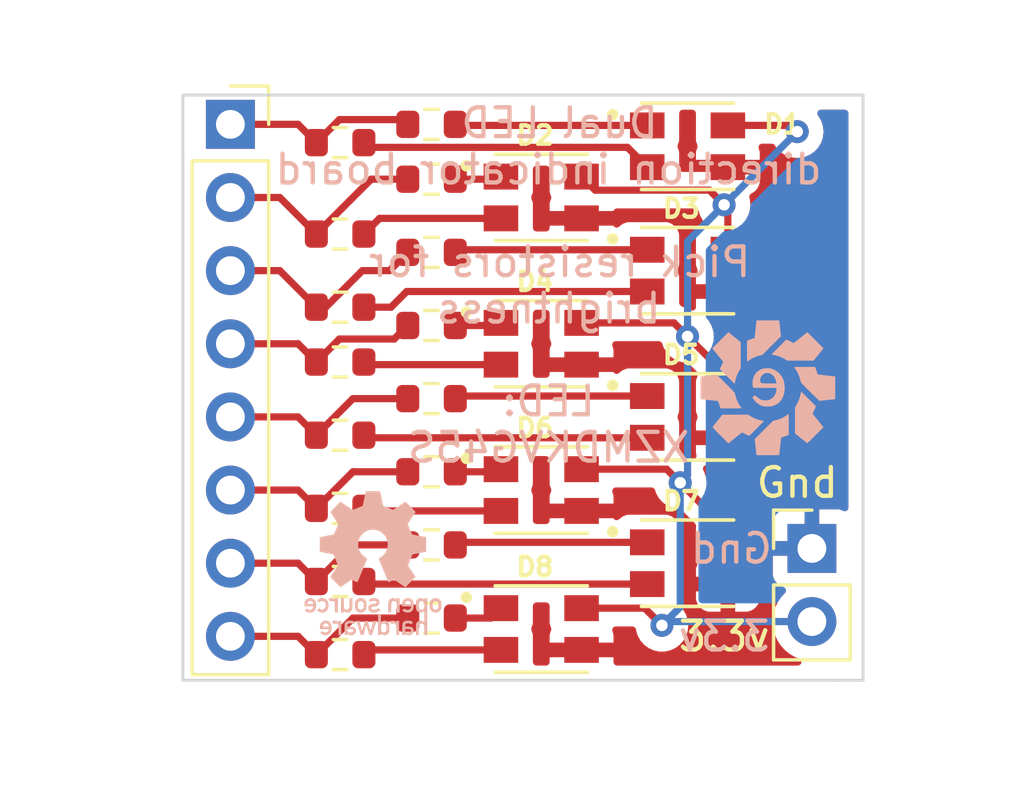
<source format=kicad_pcb>
(kicad_pcb (version 20211014) (generator pcbnew)
  (layers (0 "F.Cu" signal) (31 "B.Cu" signal) (34 "B.Paste" user) (35 "F.Paste" user) (36 "B.SilkS" user "B.Silkscreen") (37 "F.SilkS" user "F.Silkscreen") (38 "B.Mask" user) (39 "F.Mask" user) (44 "Edge.Cuts" user))
  (net 0 "")
  (net 1 "Net-(D1-Pad1)")
  (net 2 "+3V3")
  (net 3 "GND")
  (net 4 "Net-(D1-Pad4)")
  (net 5 "Net-(D2-Pad1)")
  (net 6 "Net-(D2-Pad4)")
  (net 7 "Net-(D3-Pad1)")
  (net 8 "Net-(D3-Pad4)")
  (net 9 "Net-(D4-Pad1)")
  (net 10 "Net-(D4-Pad4)")
  (net 11 "Net-(D5-Pad1)")
  (net 12 "Net-(D5-Pad4)")
  (net 13 "Net-(D6-Pad1)")
  (net 14 "Net-(D6-Pad4)")
  (net 15 "Net-(D7-Pad1)")
  (net 16 "Net-(D7-Pad4)")
  (net 17 "Net-(D8-Pad1)")
  (net 18 "Net-(D8-Pad4)")
  (net 19 "Net-(J2-Pad1)")
  (net 20 "Net-(J2-Pad2)")
  (net 21 "Net-(J2-Pad3)")
  (net 22 "Net-(J2-Pad4)")
  (net 23 "Net-(J2-Pad5)")
  (net 24 "Net-(J2-Pad6)")
  (net 25 "Net-(J2-Pad7)")
  (net 26 "Net-(J2-Pad8)")
  (footprint "Resistor_SMD:R_0603_1608Metric" (layer "F.Cu") (at 162.56 67.945)
    (fp_text reference "R10" hide)
    (fp_text value "R")
    (pad "1" smd roundrect locked (at -0.825 0) (size 0.8 0.95) (layers "F.Cu" "F.Paste" "F.Mask") (net 23 "Net-(J2-Pad5)"))
    (pad "2" smd roundrect locked (at 0.825 0) (size 0.8 0.95) (layers "F.Cu" "F.Paste" "F.Mask") (net 11 "Net-(D5-Pad1)"))
  )
  (footprint "Evan's misc parts:LED_XZM2CRKM2DGFBB45SCCB" (layer "F.Cu") (at 166.37 75.946)
    (fp_text reference "D8" (at -0.218 -2.1564) (layer "F.SilkS") (effects (font (size 0.64 0.64))))
    (fp_text value "XZMDKVG45S")
    (pad "1" smd rect (at -1.4 -0.725) (size 1.2 0.9) (layers "F.Cu" "F.Paste" "F.Mask") (net 17 "Net-(D8-Pad1)"))
    (pad "2" smd rect (at 1.4 -0.725) (size 1.2 0.9) (layers "F.Cu" "F.Paste" "F.Mask") (net 2 "+3V3"))
    (pad "3" smd rect (at 1.4 0.725) (size 1.2 0.9) (layers "F.Cu" "F.Paste" "F.Mask") (net 3 "GND"))
    (pad "4" smd rect (at -1.4 0.725) (size 1.2 0.9) (layers "F.Cu" "F.Paste" "F.Mask") (net 18 "Net-(D8-Pad4)"))
  )
  (footprint "Evan's misc parts:LED_XZM2CRKM2DGFBB45SCCB" (layer "F.Cu") (at 166.37 66.04)
    (fp_text reference "D4" (at -0.218 -2.1564) (layer "F.SilkS") (effects (font (size 0.64 0.64))))
    (fp_text value "XZMDKVG45S")
    (pad "1" smd rect (at -1.4 -0.725) (size 1.2 0.9) (layers "F.Cu" "F.Paste" "F.Mask") (net 9 "Net-(D4-Pad1)"))
    (pad "2" smd rect (at 1.4 -0.725) (size 1.2 0.9) (layers "F.Cu" "F.Paste" "F.Mask") (net 2 "+3V3"))
    (pad "3" smd rect (at 1.4 0.725) (size 1.2 0.9) (layers "F.Cu" "F.Paste" "F.Mask") (net 3 "GND"))
    (pad "4" smd rect (at -1.4 0.725) (size 1.2 0.9) (layers "F.Cu" "F.Paste" "F.Mask") (net 10 "Net-(D4-Pad4)"))
  )
  (footprint "Resistor_SMD:R_0603_1608Metric" (layer "F.Cu") (at 162.56 62.865)
    (fp_text reference "R6" hide)
    (fp_text value "R")
    (pad "1" smd roundrect locked (at -0.825 0) (size 0.8 0.95) (layers "F.Cu" "F.Paste" "F.Mask") (net 21 "Net-(J2-Pad3)"))
    (pad "2" smd roundrect locked (at 0.825 0) (size 0.8 0.95) (layers "F.Cu" "F.Paste" "F.Mask") (net 7 "Net-(D3-Pad1)"))
  )
  (footprint "Resistor_SMD:R_0603_1608Metric" (layer "F.Cu") (at 159.385 62.23)
    (fp_text reference "R3" hide)
    (fp_text value "R")
    (pad "1" smd roundrect locked (at -0.825 0) (size 0.8 0.95) (layers "F.Cu" "F.Paste" "F.Mask") (net 20 "Net-(J2-Pad2)"))
    (pad "2" smd roundrect locked (at 0.825 0) (size 0.8 0.95) (layers "F.Cu" "F.Paste" "F.Mask") (net 6 "Net-(D2-Pad4)"))
  )
  (footprint "Evan's misc parts:LED_XZM2CRKM2DGFBB45SCCB" (layer "F.Cu") (at 171.45 73.66)
    (fp_text reference "D7" (at -0.218 -2.1564) (layer "F.SilkS") (effects (font (size 0.64 0.64))))
    (fp_text value "XZMDKVG45S")
    (pad "1" smd rect (at -1.4 -0.725) (size 1.2 0.9) (layers "F.Cu" "F.Paste" "F.Mask") (net 15 "Net-(D7-Pad1)"))
    (pad "2" smd rect (at 1.4 -0.725) (size 1.2 0.9) (layers "F.Cu" "F.Paste" "F.Mask") (net 2 "+3V3"))
    (pad "3" smd rect (at 1.4 0.725) (size 1.2 0.9) (layers "F.Cu" "F.Paste" "F.Mask") (net 3 "GND"))
    (pad "4" smd rect (at -1.4 0.725) (size 1.2 0.9) (layers "F.Cu" "F.Paste" "F.Mask") (net 16 "Net-(D7-Pad4)"))
  )
  (footprint "Evan's misc parts:LED_XZM2CRKM2DGFBB45SCCB" (layer "F.Cu") (at 171.45 68.58)
    (fp_text reference "D5" (at -0.218 -2.1564) (layer "F.SilkS") (effects (font (size 0.64 0.64))))
    (fp_text value "XZMDKVG45S")
    (pad "1" smd rect (at -1.4 -0.725) (size 1.2 0.9) (layers "F.Cu" "F.Paste" "F.Mask") (net 11 "Net-(D5-Pad1)"))
    (pad "2" smd rect (at 1.4 -0.725) (size 1.2 0.9) (layers "F.Cu" "F.Paste" "F.Mask") (net 2 "+3V3"))
    (pad "3" smd rect (at 1.4 0.725) (size 1.2 0.9) (layers "F.Cu" "F.Paste" "F.Mask") (net 3 "GND"))
    (pad "4" smd rect (at -1.4 0.725) (size 1.2 0.9) (layers "F.Cu" "F.Paste" "F.Mask") (net 12 "Net-(D5-Pad4)"))
  )
  (footprint "Resistor_SMD:R_0603_1608Metric" (layer "F.Cu") (at 162.56 65.405)
    (fp_text reference "R8" hide)
    (fp_text value "R")
    (pad "1" smd roundrect locked (at -0.825 0) (size 0.8 0.95) (layers "F.Cu" "F.Paste" "F.Mask") (net 22 "Net-(J2-Pad4)"))
    (pad "2" smd roundrect locked (at 0.825 0) (size 0.8 0.95) (layers "F.Cu" "F.Paste" "F.Mask") (net 9 "Net-(D4-Pad1)"))
  )
  (footprint "Connector_PinSocket_2.54mm:PinSocket_1x08_P2.54mm_Vertical" (layer "F.Cu") (at 155.575 58.42)
    (fp_text reference "J2" hide)
    (fp_text value "Conn_01x08")
    (pad "1" thru_hole rect locked (at 0 0) (size 1.7 1.7) (drill 1) (layers *.Cu *.Mask) (net 19 "Net-(J2-Pad1)"))
    (pad "2" thru_hole oval locked (at 0 2.54) (size 1.7 1.7) (drill 1) (layers *.Cu *.Mask) (net 20 "Net-(J2-Pad2)"))
    (pad "3" thru_hole oval locked (at 0 5.08) (size 1.7 1.7) (drill 1) (layers *.Cu *.Mask) (net 21 "Net-(J2-Pad3)"))
    (pad "4" thru_hole oval locked (at 0 7.62) (size 1.7 1.7) (drill 1) (layers *.Cu *.Mask) (net 22 "Net-(J2-Pad4)"))
    (pad "5" thru_hole oval locked (at 0 10.16) (size 1.7 1.7) (drill 1) (layers *.Cu *.Mask) (net 23 "Net-(J2-Pad5)"))
    (pad "6" thru_hole oval locked (at 0 12.7) (size 1.7 1.7) (drill 1) (layers *.Cu *.Mask) (net 24 "Net-(J2-Pad6)"))
    (pad "7" thru_hole oval locked (at 0 15.24) (size 1.7 1.7) (drill 1) (layers *.Cu *.Mask) (net 25 "Net-(J2-Pad7)"))
    (pad "8" thru_hole oval locked (at 0 17.78) (size 1.7 1.7) (drill 1) (layers *.Cu *.Mask) (net 26 "Net-(J2-Pad8)"))
  )
  (footprint "Evan's misc parts:LED_XZM2CRKM2DGFBB45SCCB" (layer "F.Cu") (at 166.37 71.12)
    (fp_text reference "D6" (at -0.218 -2.1564) (layer "F.SilkS") (effects (font (size 0.64 0.64))))
    (fp_text value "XZMDKVG45S")
    (pad "1" smd rect (at -1.4 -0.725) (size 1.2 0.9) (layers "F.Cu" "F.Paste" "F.Mask") (net 13 "Net-(D6-Pad1)"))
    (pad "2" smd rect (at 1.4 -0.725) (size 1.2 0.9) (layers "F.Cu" "F.Paste" "F.Mask") (net 2 "+3V3"))
    (pad "3" smd rect (at 1.4 0.725) (size 1.2 0.9) (layers "F.Cu" "F.Paste" "F.Mask") (net 3 "GND"))
    (pad "4" smd rect (at -1.4 0.725) (size 1.2 0.9) (layers "F.Cu" "F.Paste" "F.Mask") (net 14 "Net-(D6-Pad4)"))
  )
  (footprint "Resistor_SMD:R_0603_1608Metric" (layer "F.Cu") (at 162.56 58.42)
    (fp_text reference "R2" hide)
    (fp_text value "R")
    (pad "1" smd roundrect locked (at -0.825 0) (size 0.8 0.95) (layers "F.Cu" "F.Paste" "F.Mask") (net 19 "Net-(J2-Pad1)"))
    (pad "2" smd roundrect locked (at 0.825 0) (size 0.8 0.95) (layers "F.Cu" "F.Paste" "F.Mask") (net 1 "Net-(D1-Pad1)"))
  )
  (footprint "Resistor_SMD:R_0603_1608Metric" (layer "F.Cu") (at 159.385 76.835)
    (fp_text reference "R15" hide)
    (fp_text value "R")
    (pad "1" smd roundrect locked (at -0.825 0) (size 0.8 0.95) (layers "F.Cu" "F.Paste" "F.Mask") (net 26 "Net-(J2-Pad8)"))
    (pad "2" smd roundrect locked (at 0.825 0) (size 0.8 0.95) (layers "F.Cu" "F.Paste" "F.Mask") (net 18 "Net-(D8-Pad4)"))
  )
  (footprint "Resistor_SMD:R_0603_1608Metric" (layer "F.Cu") (at 162.56 70.485)
    (fp_text reference "R12" hide)
    (fp_text value "R")
    (pad "1" smd roundrect locked (at -0.825 0) (size 0.8 0.95) (layers "F.Cu" "F.Paste" "F.Mask") (net 24 "Net-(J2-Pad6)"))
    (pad "2" smd roundrect locked (at 0.825 0) (size 0.8 0.95) (layers "F.Cu" "F.Paste" "F.Mask") (net 13 "Net-(D6-Pad1)"))
  )
  (footprint "Resistor_SMD:R_0603_1608Metric" (layer "F.Cu") (at 159.385 64.77)
    (fp_text reference "R5" hide)
    (fp_text value "R")
    (pad "1" smd roundrect locked (at -0.825 0) (size 0.8 0.95) (layers "F.Cu" "F.Paste" "F.Mask") (net 21 "Net-(J2-Pad3)"))
    (pad "2" smd roundrect locked (at 0.825 0) (size 0.8 0.95) (layers "F.Cu" "F.Paste" "F.Mask") (net 8 "Net-(D3-Pad4)"))
  )
  (footprint "Resistor_SMD:R_0603_1608Metric" (layer "F.Cu") (at 159.385 74.295)
    (fp_text reference "R13" hide)
    (fp_text value "R")
    (pad "1" smd roundrect locked (at -0.825 0) (size 0.8 0.95) (layers "F.Cu" "F.Paste" "F.Mask") (net 25 "Net-(J2-Pad7)"))
    (pad "2" smd roundrect locked (at 0.825 0) (size 0.8 0.95) (layers "F.Cu" "F.Paste" "F.Mask") (net 16 "Net-(D7-Pad4)"))
  )
  (footprint "Resistor_SMD:R_0603_1608Metric" (layer "F.Cu") (at 162.56 75.565)
    (fp_text reference "R16" hide)
    (fp_text value "R")
    (pad "1" smd roundrect locked (at -0.825 0) (size 0.8 0.95) (layers "F.Cu" "F.Paste" "F.Mask") (net 26 "Net-(J2-Pad8)"))
    (pad "2" smd roundrect locked (at 0.825 0) (size 0.8 0.95) (layers "F.Cu" "F.Paste" "F.Mask") (net 17 "Net-(D8-Pad1)"))
  )
  (footprint "Evan's misc parts:LED_XZM2CRKM2DGFBB45SCCB" (layer "F.Cu") (at 171.45 63.5)
    (fp_text reference "D3" (at -0.218 -2.1564) (layer "F.SilkS") (effects (font (size 0.64 0.64))))
    (fp_text value "XZMDKVG45S")
    (pad "1" smd rect (at -1.4 -0.725) (size 1.2 0.9) (layers "F.Cu" "F.Paste" "F.Mask") (net 7 "Net-(D3-Pad1)"))
    (pad "2" smd rect (at 1.4 -0.725) (size 1.2 0.9) (layers "F.Cu" "F.Paste" "F.Mask") (net 2 "+3V3"))
    (pad "3" smd rect (at 1.4 0.725) (size 1.2 0.9) (layers "F.Cu" "F.Paste" "F.Mask") (net 3 "GND"))
    (pad "4" smd rect (at -1.4 0.725) (size 1.2 0.9) (layers "F.Cu" "F.Paste" "F.Mask") (net 8 "Net-(D3-Pad4)"))
  )
  (footprint "Resistor_SMD:R_0603_1608Metric" (layer "F.Cu") (at 159.385 66.675)
    (fp_text reference "R7" hide)
    (fp_text value "R")
    (pad "1" smd roundrect locked (at -0.825 0) (size 0.8 0.95) (layers "F.Cu" "F.Paste" "F.Mask") (net 22 "Net-(J2-Pad4)"))
    (pad "2" smd roundrect locked (at 0.825 0) (size 0.8 0.95) (layers "F.Cu" "F.Paste" "F.Mask") (net 10 "Net-(D4-Pad4)"))
  )
  (footprint "Resistor_SMD:R_0603_1608Metric" (layer "F.Cu") (at 162.56 73.025)
    (fp_text reference "R14" hide)
    (fp_text value "R")
    (pad "1" smd roundrect locked (at -0.825 0) (size 0.8 0.95) (layers "F.Cu" "F.Paste" "F.Mask") (net 25 "Net-(J2-Pad7)"))
    (pad "2" smd roundrect locked (at 0.825 0) (size 0.8 0.95) (layers "F.Cu" "F.Paste" "F.Mask") (net 15 "Net-(D7-Pad1)"))
  )
  (footprint "Resistor_SMD:R_0603_1608Metric" (layer "F.Cu") (at 159.385 69.215)
    (fp_text reference "R9" hide)
    (fp_text value "R")
    (pad "1" smd roundrect locked (at -0.825 0) (size 0.8 0.95) (layers "F.Cu" "F.Paste" "F.Mask") (net 23 "Net-(J2-Pad5)"))
    (pad "2" smd roundrect locked (at 0.825 0) (size 0.8 0.95) (layers "F.Cu" "F.Paste" "F.Mask") (net 12 "Net-(D5-Pad4)"))
  )
  (footprint "Connector_PinHeader_2.54mm:PinHeader_1x02_P2.54mm_Vertical" (layer "F.Cu") (at 175.768 73.147)
    (fp_text reference "J1" hide)
    (fp_text value "Conn_01x02")
    (pad "1" thru_hole rect locked (at 0 0) (size 1.7 1.7) (drill 1) (layers *.Cu *.Mask) (net 3 "GND"))
    (pad "2" thru_hole oval locked (at 0 2.54) (size 1.7 1.7) (drill 1) (layers *.Cu *.Mask) (net 2 "+3V3"))
  )
  (footprint "Evan's misc parts:LED_XZM2CRKM2DGFBB45SCCB" (layer "F.Cu") (at 166.37 60.96)
    (fp_text reference "D2" (at -0.218 -2.1564) (layer "F.SilkS") (effects (font (size 0.64 0.64))))
    (fp_text value "XZMDKVG45S")
    (pad "1" smd rect (at -1.4 -0.725) (size 1.2 0.9) (layers "F.Cu" "F.Paste" "F.Mask") (net 5 "Net-(D2-Pad1)"))
    (pad "2" smd rect (at 1.4 -0.725) (size 1.2 0.9) (layers "F.Cu" "F.Paste" "F.Mask") (net 2 "+3V3"))
    (pad "3" smd rect (at 1.4 0.725) (size 1.2 0.9) (layers "F.Cu" "F.Paste" "F.Mask") (net 3 "GND"))
    (pad "4" smd rect (at -1.4 0.725) (size 1.2 0.9) (layers "F.Cu" "F.Paste" "F.Mask") (net 6 "Net-(D2-Pad4)"))
  )
  (footprint "Resistor_SMD:R_0603_1608Metric" (layer "F.Cu") (at 159.385 71.755)
    (fp_text reference "R11" hide)
    (fp_text value "R")
    (pad "1" smd roundrect locked (at -0.825 0) (size 0.8 0.95) (layers "F.Cu" "F.Paste" "F.Mask") (net 24 "Net-(J2-Pad6)"))
    (pad "2" smd roundrect locked (at 0.825 0) (size 0.8 0.95) (layers "F.Cu" "F.Paste" "F.Mask") (net 14 "Net-(D6-Pad4)"))
  )
  (footprint "Resistor_SMD:R_0603_1608Metric" (layer "F.Cu") (at 159.385 59.055)
    (fp_text reference "R1" hide)
    (fp_text value "R")
    (pad "1" smd roundrect locked (at -0.825 0) (size 0.8 0.95) (layers "F.Cu" "F.Paste" "F.Mask") (net 19 "Net-(J2-Pad1)"))
    (pad "2" smd roundrect locked (at 0.825 0) (size 0.8 0.95) (layers "F.Cu" "F.Paste" "F.Mask") (net 4 "Net-(D1-Pad4)"))
  )
  (footprint "Evan's misc parts:LED_XZM2CRKM2DGFBB45SCCB" (layer "F.Cu") (at 171.45 59.182)
    (fp_text reference "D1" (at 3.302 -0.762) (layer "F.SilkS") (effects (font (size 0.64 0.64))))
    (fp_text value "XZMDKVG45S")
    (pad "1" smd rect (at -1.4 -0.725) (size 1.2 0.9) (layers "F.Cu" "F.Paste" "F.Mask") (net 1 "Net-(D1-Pad1)"))
    (pad "2" smd rect (at 1.4 -0.725) (size 1.2 0.9) (layers "F.Cu" "F.Paste" "F.Mask") (net 2 "+3V3"))
    (pad "3" smd rect (at 1.4 0.725) (size 1.2 0.9) (layers "F.Cu" "F.Paste" "F.Mask") (net 3 "GND"))
    (pad "4" smd rect (at -1.4 0.725) (size 1.2 0.9) (layers "F.Cu" "F.Paste" "F.Mask") (net 4 "Net-(D1-Pad4)"))
  )
  (footprint "Resistor_SMD:R_0603_1608Metric" (layer "F.Cu") (at 162.56 60.325)
    (fp_text reference "R4" hide)
    (fp_text value "R")
    (pad "1" smd roundrect locked (at -0.825 0) (size 0.8 0.95) (layers "F.Cu" "F.Paste" "F.Mask") (net 20 "Net-(J2-Pad2)"))
    (pad "2" smd roundrect locked (at 0.825 0) (size 0.8 0.95) (layers "F.Cu" "F.Paste" "F.Mask") (net 5 "Net-(D2-Pad1)"))
  )
  (footprint "Evan's misc parts:OSHW gear" (layer "B.Cu") (at 160.528 73.66 180)
    (fp_text reference "G***" hide)
    (fp_text value "LOGO" hide)
  )
  (footprint "Evan's misc parts:Evan Logo" (layer "B.Cu") (at 174.244 67.564 180)
    (fp_text reference "G***" hide)
    (fp_text value "LOGO" hide)
  )
  (gr_line (start 177.546 77.724) (end 177.546 57.404) (layer "Edge.Cuts") (width 0.1))
  (gr_line (start 176.53 77.724) (end 177.546 77.724) (layer "Edge.Cuts") (width 0.1))
  (gr_line (start 153.924 57.404) (end 177.038 57.404) (layer "Edge.Cuts") (width 0.1))
  (gr_line (start 177.546 57.404) (end 177.038 57.404) (layer "Edge.Cuts") (width 0.1))
  (gr_line (start 153.924 77.724) (end 176.53 77.724) (layer "Edge.Cuts") (width 0.1))
  (gr_line (start 153.924 57.404) (end 153.924 77.724) (layer "Edge.Cuts") (width 0.1))
  (gr_text "Gnd" (at 172.974 73.152) (layer "B.SilkS") (effects (font (size 1 1)) (justify mirror)))
  (gr_text "3.3v" (at 172.72 76.2) (layer "B.SilkS") (effects (font (size 1 1)) (justify mirror)))
  (gr_text "Dual LED \ndirection indicator board\n\nPick resistors for \nbrightness\n\nLED:\nXZMDKVG45S" (at 166.624 64.008) (layer "B.SilkS") (effects (font (size 1 1)) (justify mirror)))
  (gr_text "Gnd" (at 175.26 70.866) (layer "F.SilkS") (effects (font (size 1 1))))
  (gr_text "3.3v" (at 172.72 76.2) (layer "F.SilkS") (effects (font (size 1 1))))
  (segment (start 163.385 58.42) (end 163.422 58.457) (width 0.25) (layer "F.Cu") (net 1))
  (segment (start 163.422 58.457) (end 170.05 58.457) (width 0.25) (layer "F.Cu") (net 1))
  (segment (start 172.85 67.186) (end 171.45 65.786) (width 0.25) (layer "F.Cu") (net 2))
  (segment (start 172.85 61.344) (end 172.72 61.214) (width 0.25) (layer "F.Cu") (net 2))
  (segment (start 172.85 72.935) (end 172.85 72.52) (width 0.25) (layer "F.Cu") (net 2))
  (segment (start 169.963 75.221) (end 170.561 75.819) (width 0.25) (layer "F.Cu") (net 2))
  (segment (start 167.77 75.221) (end 169.963 75.221) (width 0.25) (layer "F.Cu") (net 2))
  (segment (start 172.85 58.457) (end 175.043 58.457) (width 0.25) (layer "F.Cu") (net 2))
  (segment (start 170.979 65.315) (end 171.45 65.786) (width 0.25) (layer "F.Cu") (net 2))
  (segment (start 170.725 70.395) (end 171.196 70.866) (width 0.25) (layer "F.Cu") (net 2))
  (segment (start 168.241 60.706) (end 167.77 60.235) (width 0.25) (layer "F.Cu") (net 2))
  (segment (start 175.043 58.457) (end 175.26 58.674) (width 0.25) (layer "F.Cu") (net 2))
  (segment (start 172.85 67.855) (end 172.85 67.186) (width 0.25) (layer "F.Cu") (net 2))
  (segment (start 172.85 72.52) (end 171.196 70.866) (width 0.25) (layer "F.Cu") (net 2))
  (segment (start 167.77 70.395) (end 170.725 70.395) (width 0.25) (layer "F.Cu") (net 2))
  (segment (start 172.72 61.214) (end 172.212 60.706) (width 0.25) (layer "F.Cu") (net 2))
  (segment (start 167.77 65.315) (end 170.979 65.315) (width 0.25) (layer "F.Cu") (net 2))
  (segment (start 172.212 60.706) (end 168.241 60.706) (width 0.25) (layer "F.Cu") (net 2))
  (segment (start 172.85 62.775) (end 172.85 61.344) (width 0.25) (layer "F.Cu") (net 2))
  (via (at 170.561 75.819) (size 0.8) (drill 0.4) (layers "F.Cu" "B.Cu") (net 2))
  (via (at 172.72 61.214) (size 0.8) (drill 0.4) (layers "F.Cu" "B.Cu") (net 2))
  (via (at 171.196 70.866) (size 0.8) (drill 0.4) (layers "F.Cu" "B.Cu") (net 2))
  (via (at 175.26 58.674) (size 0.8) (drill 0.4) (layers "F.Cu" "B.Cu") (net 2))
  (via (at 171.45 65.786) (size 0.8) (drill 0.4) (layers "F.Cu" "B.Cu") (net 2))
  (segment (start 175.26 58.674) (end 172.72 61.214) (width 0.25) (layer "B.Cu") (net 2))
  (segment (start 171.45 62.484) (end 171.45 65.786) (width 0.25) (layer "B.Cu") (net 2))
  (segment (start 170.693 75.687) (end 175.768 75.687) (width 0.25) (layer "B.Cu") (net 2))
  (segment (start 171.45 70.612) (end 171.196 70.866) (width 0.25) (layer "B.Cu") (net 2))
  (segment (start 171.196 70.866) (end 171.196 75.184) (width 0.25) (layer "B.Cu") (net 2))
  (segment (start 171.196 75.184) (end 170.561 75.819) (width 0.25) (layer "B.Cu") (net 2))
  (segment (start 171.45 65.786) (end 171.45 70.612) (width 0.25) (layer "B.Cu") (net 2))
  (segment (start 172.72 61.214) (end 171.45 62.484) (width 0.25) (layer "B.Cu") (net 2))
  (segment (start 170.561 75.819) (end 170.693 75.687) (width 0.25) (layer "B.Cu") (net 2))
  (segment (start 160.37452 59.21952) (end 169.36252 59.21952) (width 0.25) (layer "F.Cu") (net 4))
  (segment (start 160.21 59.055) (end 160.37452 59.21952) (width 0.25) (layer "F.Cu") (net 4))
  (segment (start 169.36252 59.21952) (end 170.05 59.907) (width 0.25) (layer "F.Cu") (net 4))
  (segment (start 163.385 60.325) (end 164.88 60.325) (width 0.25) (layer "F.Cu") (net 5))
  (segment (start 164.88 60.325) (end 164.97 60.235) (width 0.25) (layer "F.Cu") (net 5))
  (segment (start 160.755 61.685) (end 164.97 61.685) (width 0.25) (layer "F.Cu") (net 6))
  (segment (start 160.21 62.23) (end 160.755 61.685) (width 0.25) (layer "F.Cu") (net 6))
  (segment (start 163.475 62.775) (end 170.05 62.775) (width 0.25) (layer "F.Cu") (net 7))
  (segment (start 163.385 62.865) (end 163.475 62.775) (width 0.25) (layer "F.Cu") (net 7))
  (segment (start 161.698217 64.225) (end 170.05 64.225) (width 0.25) (layer "F.Cu") (net 8))
  (segment (start 161.153217 64.77) (end 161.698217 64.225) (width 0.25) (layer "F.Cu") (net 8))
  (segment (start 160.21 64.77) (end 161.153217 64.77) (width 0.25) (layer "F.Cu") (net 8))
  (segment (start 163.385 65.405) (end 164.88 65.405) (width 0.25) (layer "F.Cu") (net 9))
  (segment (start 164.88 65.405) (end 164.97 65.315) (width 0.25) (layer "F.Cu") (net 9))
  (segment (start 164.97 66.765) (end 160.3 66.765) (width 0.25) (layer "F.Cu") (net 10))
  (segment (start 160.3 66.765) (end 160.21 66.675) (width 0.25) (layer "F.Cu") (net 10))
  (segment (start 163.385 67.945) (end 163.475 67.855) (width 0.25) (layer "F.Cu") (net 11))
  (segment (start 163.475 67.855) (end 170.05 67.855) (width 0.25) (layer "F.Cu") (net 11))
  (segment (start 160.3 69.305) (end 170.05 69.305) (width 0.25) (layer "F.Cu") (net 12))
  (segment (start 160.21 69.215) (end 160.3 69.305) (width 0.25) (layer "F.Cu") (net 12))
  (segment (start 163.385 70.485) (end 164.88 70.485) (width 0.25) (layer "F.Cu") (net 13))
  (segment (start 164.88 70.485) (end 164.97 70.395) (width 0.25) (layer "F.Cu") (net 13))
  (segment (start 160.3 71.845) (end 164.97 71.845) (width 0.25) (layer "F.Cu") (net 14))
  (segment (start 160.21 71.755) (end 160.3 71.845) (width 0.25) (layer "F.Cu") (net 14))
  (segment (start 163.385 73.025) (end 163.475 72.935) (width 0.25) (layer "F.Cu") (net 15))
  (segment (start 163.475 72.935) (end 170.05 72.935) (width 0.25) (layer "F.Cu") (net 15))
  (segment (start 160.3 74.385) (end 170.05 74.385) (width 0.25) (layer "F.Cu") (net 16))
  (segment (start 160.21 74.295) (end 160.3 74.385) (width 0.25) (layer "F.Cu") (net 16))
  (segment (start 164.626 75.565) (end 164.97 75.221) (width 0.25) (layer "F.Cu") (net 17))
  (segment (start 163.385 75.565) (end 164.626 75.565) (width 0.25) (layer "F.Cu") (net 17))
  (segment (start 160.21 76.835) (end 160.374 76.671) (width 0.25) (layer "F.Cu") (net 18))
  (segment (start 160.374 76.671) (end 164.97 76.671) (width 0.25) (layer "F.Cu") (net 18))
  (segment (start 157.925 58.42) (end 158.56 59.055) (width 0.25) (layer "F.Cu") (net 19))
  (segment (start 158.56 59.055) (end 159.35952 58.25548) (width 0.25) (layer "F.Cu") (net 19))
  (segment (start 155.575 58.42) (end 157.925 58.42) (width 0.25) (layer "F.Cu") (net 19))
  (segment (start 161.57048 58.25548) (end 161.735 58.42) (width 0.25) (layer "F.Cu") (net 19))
  (segment (start 159.35952 58.25548) (end 161.57048 58.25548) (width 0.25) (layer "F.Cu") (net 19))
  (segment (start 155.575 60.96) (end 157.29 60.96) (width 0.25) (layer "F.Cu") (net 20))
  (segment (start 160.465 60.325) (end 161.735 60.325) (width 0.25) (layer "F.Cu") (net 20))
  (segment (start 157.29 60.96) (end 158.56 62.23) (width 0.25) (layer "F.Cu") (net 20))
  (segment (start 158.56 62.23) (end 160.465 60.325) (width 0.25) (layer "F.Cu") (net 20))
  (segment (start 158.56 64.77) (end 158.886783 64.77) (width 0.25) (layer "F.Cu") (net 21))
  (segment (start 155.575 63.5) (end 157.29 63.5) (width 0.25) (layer "F.Cu") (net 21))
  (segment (start 160.156783 63.5) (end 161.1 63.5) (width 0.25) (layer "F.Cu") (net 21))
  (segment (start 161.1 63.5) (end 161.735 62.865) (width 0.25) (layer "F.Cu") (net 21))
  (segment (start 158.886783 64.77) (end 160.156783 63.5) (width 0.25) (layer "F.Cu") (net 21))
  (segment (start 157.29 63.5) (end 158.56 64.77) (width 0.25) (layer "F.Cu") (net 21))
  (segment (start 159.35952 65.87548) (end 161.26452 65.87548) (width 0.25) (layer "F.Cu") (net 22))
  (segment (start 157.925 66.04) (end 158.56 66.675) (width 0.25) (layer "F.Cu") (net 22))
  (segment (start 161.26452 65.87548) (end 161.735 65.405) (width 0.25) (layer "F.Cu") (net 22))
  (segment (start 155.575 66.04) (end 157.925 66.04) (width 0.25) (layer "F.Cu") (net 22))
  (segment (start 158.56 66.675) (end 159.35952 65.87548) (width 0.25) (layer "F.Cu") (net 22))
  (segment (start 155.575 68.58) (end 157.925 68.58) (width 0.25) (layer "F.Cu") (net 23))
  (segment (start 157.925 68.58) (end 158.56 69.215) (width 0.25) (layer "F.Cu") (net 23))
  (segment (start 159.83 67.945) (end 161.735 67.945) (width 0.25) (layer "F.Cu") (net 23))
  (segment (start 158.56 69.215) (end 159.83 67.945) (width 0.25) (layer "F.Cu") (net 23))
  (segment (start 155.575 71.12) (end 157.925 71.12) (width 0.25) (layer "F.Cu") (net 24))
  (segment (start 157.925 71.12) (end 158.56 71.755) (width 0.25) (layer "F.Cu") (net 24))
  (segment (start 159.83 70.485) (end 161.735 70.485) (width 0.25) (layer "F.Cu") (net 24))
  (segment (start 158.56 71.755) (end 159.83 70.485) (width 0.25) (layer "F.Cu") (net 24))
  (segment (start 155.575 73.66) (end 157.925 73.66) (width 0.25) (layer "F.Cu") (net 25))
  (segment (start 158.56 74.295) (end 159.83 73.025) (width 0.25) (layer "F.Cu") (net 25))
  (segment (start 159.83 73.025) (end 161.735 73.025) (width 0.25) (layer "F.Cu") (net 25))
  (segment (start 157.925 73.66) (end 158.56 74.295) (width 0.25) (layer "F.Cu") (net 25))
  (segment (start 155.575 76.2) (end 157.925 76.2) (width 0.25) (layer "F.Cu") (net 26))
  (segment (start 158.56 76.835) (end 159.83 75.565) (width 0.25) (layer "F.Cu") (net 26))
  (segment (start 157.925 76.2) (end 158.56 76.835) (width 0.25) (layer "F.Cu") (net 26))
  (segment (start 159.83 75.565) (end 161.735 75.565) (width 0.25) (layer "F.Cu") (net 26))
  (zone (net 3) (net_name "GND") (layers F&B.Cu) (connect_pads (clearance 0.508)) (min_thickness 0.254) (fill yes (thermal_gap 0.508) (thermal_bridge_width 0.508))
    (polygon (pts (xy 182.88 54.61) (xy 183.134 82.296) (xy 147.574 81.534) (xy 152.146 54.102)))
  )
)
</source>
